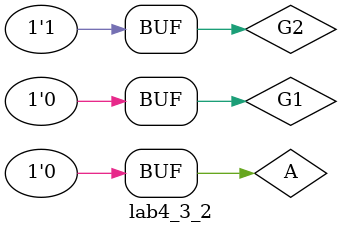
<source format=v>
`timescale 1ns / 1ps

module lab4_3_2;
    reg A, G1, G2;
    
    initial begin
        A = 0; G1 = 0; G2 = 1;
        #40 A = 1;
        #20 G1 = 1;
        #20 G2 = 0;
        #20 A = 0;
        #20 G1 = 0;
        #20 G2 = 1;
        $display("Test passed!!!");
    end
endmodule
</source>
